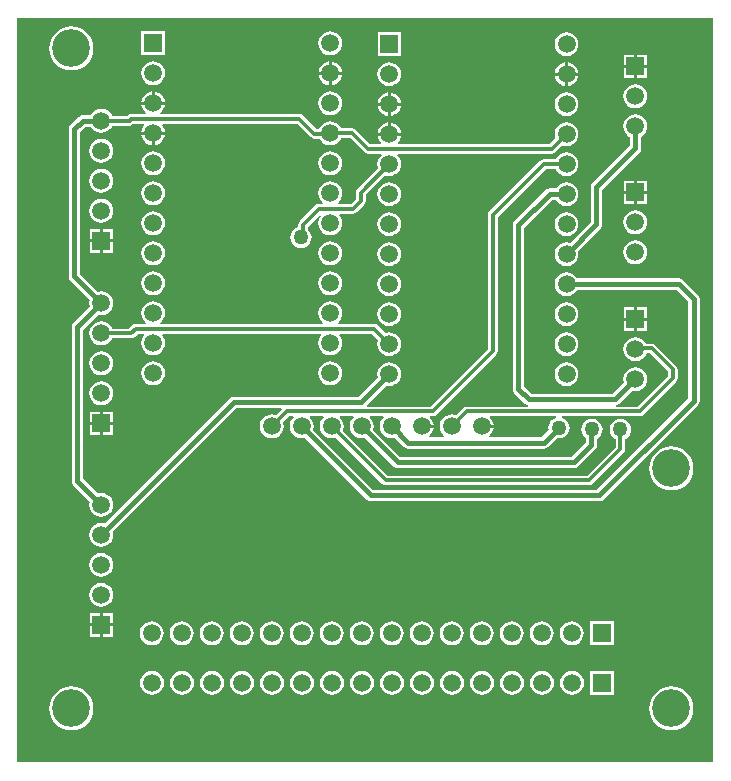
<source format=gbr>
%TF.GenerationSoftware,Altium Limited,Altium Designer,20.1.8 (145)*%
G04 Layer_Physical_Order=2*
G04 Layer_Color=16711680*
%FSLAX43Y43*%
%MOMM*%
%TF.SameCoordinates,73C82DD5-E753-4C0D-BC74-0A693CAB8B4A*%
%TF.FilePolarity,Positive*%
%TF.FileFunction,Copper,L2,Bot,Signal*%
%TF.Part,Single*%
G01*
G75*
%TA.AperFunction,Conductor*%
%ADD10C,0.457*%
%ADD11C,0.305*%
%TA.AperFunction,ComponentPad*%
%ADD12C,1.500*%
%ADD13R,1.500X1.500*%
%ADD14R,1.500X1.500*%
%ADD15C,3.200*%
%TA.AperFunction,ViaPad*%
%ADD16C,1.270*%
%TA.AperFunction,Conductor*%
%ADD17C,0.254*%
G36*
X59436Y508D02*
X508D01*
Y63500D01*
X59436D01*
Y508D01*
D02*
G37*
%LPC*%
G36*
X13004Y62404D02*
X10996D01*
Y60396D01*
X13004D01*
Y62404D01*
D02*
G37*
G36*
X27000Y62413D02*
X26738Y62378D01*
X26494Y62277D01*
X26284Y62116D01*
X26123Y61906D01*
X26022Y61662D01*
X25987Y61400D01*
X26022Y61138D01*
X26123Y60894D01*
X26284Y60684D01*
X26494Y60523D01*
X26738Y60422D01*
X27000Y60387D01*
X27262Y60422D01*
X27506Y60523D01*
X27716Y60684D01*
X27877Y60894D01*
X27978Y61138D01*
X28013Y61400D01*
X27978Y61662D01*
X27877Y61906D01*
X27716Y62116D01*
X27506Y62277D01*
X27262Y62378D01*
X27000Y62413D01*
D02*
G37*
G36*
X33004Y62324D02*
X30996D01*
Y60316D01*
X33004D01*
Y62324D01*
D02*
G37*
G36*
X47000Y62333D02*
X46738Y62298D01*
X46494Y62197D01*
X46284Y62036D01*
X46123Y61826D01*
X46022Y61582D01*
X45987Y61320D01*
X46022Y61058D01*
X46123Y60814D01*
X46284Y60604D01*
X46494Y60443D01*
X46738Y60342D01*
X47000Y60307D01*
X47262Y60342D01*
X47506Y60443D01*
X47716Y60604D01*
X47877Y60814D01*
X47978Y61058D01*
X48013Y61320D01*
X47978Y61582D01*
X47877Y61826D01*
X47716Y62036D01*
X47506Y62197D01*
X47262Y62298D01*
X47000Y62333D01*
D02*
G37*
G36*
X53836Y60440D02*
X52959D01*
Y59563D01*
X53836D01*
Y60440D01*
D02*
G37*
G36*
X52705D02*
X51828D01*
Y59563D01*
X52705D01*
Y60440D01*
D02*
G37*
G36*
X5080Y62823D02*
X4717Y62787D01*
X4367Y62681D01*
X4045Y62509D01*
X3763Y62277D01*
X3531Y61995D01*
X3359Y61673D01*
X3253Y61323D01*
X3217Y60960D01*
X3253Y60597D01*
X3359Y60247D01*
X3531Y59925D01*
X3763Y59643D01*
X4045Y59411D01*
X4367Y59239D01*
X4717Y59133D01*
X5080Y59097D01*
X5443Y59133D01*
X5793Y59239D01*
X6115Y59411D01*
X6397Y59643D01*
X6629Y59925D01*
X6801Y60247D01*
X6907Y60597D01*
X6943Y60960D01*
X6907Y61323D01*
X6801Y61673D01*
X6629Y61995D01*
X6397Y62277D01*
X6115Y62509D01*
X5793Y62681D01*
X5443Y62787D01*
X5080Y62823D01*
D02*
G37*
G36*
X27127Y59856D02*
Y58987D01*
X27996D01*
X27978Y59122D01*
X27877Y59366D01*
X27716Y59576D01*
X27506Y59737D01*
X27262Y59838D01*
X27127Y59856D01*
D02*
G37*
G36*
X26873D02*
X26738Y59838D01*
X26494Y59737D01*
X26284Y59576D01*
X26123Y59366D01*
X26022Y59122D01*
X26004Y58987D01*
X26873D01*
Y59856D01*
D02*
G37*
G36*
X47127Y59776D02*
Y58907D01*
X47996D01*
X47978Y59042D01*
X47877Y59286D01*
X47716Y59496D01*
X47506Y59657D01*
X47262Y59758D01*
X47127Y59776D01*
D02*
G37*
G36*
X46873D02*
X46738Y59758D01*
X46494Y59657D01*
X46284Y59496D01*
X46123Y59286D01*
X46022Y59042D01*
X46004Y58907D01*
X46873D01*
Y59776D01*
D02*
G37*
G36*
X53836Y59309D02*
X52959D01*
Y58432D01*
X53836D01*
Y59309D01*
D02*
G37*
G36*
X52705D02*
X51828D01*
Y58432D01*
X52705D01*
Y59309D01*
D02*
G37*
G36*
X27996Y58733D02*
X27127D01*
Y57864D01*
X27262Y57882D01*
X27506Y57983D01*
X27716Y58144D01*
X27877Y58354D01*
X27978Y58598D01*
X27996Y58733D01*
D02*
G37*
G36*
X26873D02*
X26004D01*
X26022Y58598D01*
X26123Y58354D01*
X26284Y58144D01*
X26494Y57983D01*
X26738Y57882D01*
X26873Y57864D01*
Y58733D01*
D02*
G37*
G36*
X12000Y59873D02*
X11738Y59838D01*
X11494Y59737D01*
X11284Y59576D01*
X11123Y59366D01*
X11022Y59122D01*
X10987Y58860D01*
X11022Y58598D01*
X11123Y58354D01*
X11284Y58144D01*
X11494Y57983D01*
X11738Y57882D01*
X12000Y57847D01*
X12262Y57882D01*
X12506Y57983D01*
X12716Y58144D01*
X12877Y58354D01*
X12978Y58598D01*
X13013Y58860D01*
X12978Y59122D01*
X12877Y59366D01*
X12716Y59576D01*
X12506Y59737D01*
X12262Y59838D01*
X12000Y59873D01*
D02*
G37*
G36*
X46873Y58653D02*
X46004D01*
X46022Y58518D01*
X46123Y58274D01*
X46284Y58064D01*
X46494Y57903D01*
X46738Y57802D01*
X46873Y57784D01*
Y58653D01*
D02*
G37*
G36*
X47996D02*
X47127D01*
Y57784D01*
X47262Y57802D01*
X47506Y57903D01*
X47716Y58064D01*
X47877Y58274D01*
X47978Y58518D01*
X47996Y58653D01*
D02*
G37*
G36*
X32000Y59793D02*
X31738Y59758D01*
X31494Y59657D01*
X31284Y59496D01*
X31123Y59286D01*
X31022Y59042D01*
X30987Y58780D01*
X31022Y58518D01*
X31123Y58274D01*
X31284Y58064D01*
X31494Y57903D01*
X31738Y57802D01*
X32000Y57767D01*
X32262Y57802D01*
X32506Y57903D01*
X32716Y58064D01*
X32877Y58274D01*
X32978Y58518D01*
X33013Y58780D01*
X32978Y59042D01*
X32877Y59286D01*
X32716Y59496D01*
X32506Y59657D01*
X32262Y59758D01*
X32000Y59793D01*
D02*
G37*
G36*
X12127Y57316D02*
Y56447D01*
X12996D01*
X12978Y56582D01*
X12877Y56826D01*
X12716Y57036D01*
X12506Y57197D01*
X12262Y57298D01*
X12127Y57316D01*
D02*
G37*
G36*
X11873D02*
X11738Y57298D01*
X11494Y57197D01*
X11284Y57036D01*
X11123Y56826D01*
X11022Y56582D01*
X11004Y56447D01*
X11873D01*
Y57316D01*
D02*
G37*
G36*
X32127Y57236D02*
Y56367D01*
X32996D01*
X32978Y56502D01*
X32877Y56746D01*
X32716Y56956D01*
X32506Y57117D01*
X32262Y57218D01*
X32127Y57236D01*
D02*
G37*
G36*
X31873D02*
X31738Y57218D01*
X31494Y57117D01*
X31284Y56956D01*
X31123Y56746D01*
X31022Y56502D01*
X31004Y56367D01*
X31873D01*
Y57236D01*
D02*
G37*
G36*
X52832Y57909D02*
X52570Y57874D01*
X52326Y57773D01*
X52116Y57612D01*
X51955Y57402D01*
X51854Y57158D01*
X51819Y56896D01*
X51854Y56634D01*
X51955Y56390D01*
X52116Y56180D01*
X52326Y56019D01*
X52570Y55918D01*
X52832Y55883D01*
X53094Y55918D01*
X53338Y56019D01*
X53548Y56180D01*
X53709Y56390D01*
X53810Y56634D01*
X53845Y56896D01*
X53810Y57158D01*
X53709Y57402D01*
X53548Y57612D01*
X53338Y57773D01*
X53094Y57874D01*
X52832Y57909D01*
D02*
G37*
G36*
X27000Y57333D02*
X26738Y57298D01*
X26494Y57197D01*
X26284Y57036D01*
X26123Y56826D01*
X26022Y56582D01*
X25987Y56320D01*
X26022Y56058D01*
X26123Y55814D01*
X26284Y55604D01*
X26494Y55443D01*
X26738Y55342D01*
X27000Y55307D01*
X27262Y55342D01*
X27506Y55443D01*
X27716Y55604D01*
X27877Y55814D01*
X27978Y56058D01*
X28013Y56320D01*
X27978Y56582D01*
X27877Y56826D01*
X27716Y57036D01*
X27506Y57197D01*
X27262Y57298D01*
X27000Y57333D01*
D02*
G37*
G36*
X12996Y56193D02*
X12000D01*
X11004D01*
X11022Y56058D01*
X11123Y55814D01*
X11284Y55604D01*
X11377Y55532D01*
X11334Y55405D01*
X10160D01*
X10001Y55374D01*
X9867Y55284D01*
X9827Y55244D01*
X8535D01*
X8497Y55336D01*
X8336Y55546D01*
X8126Y55707D01*
X7882Y55808D01*
X7620Y55843D01*
X7358Y55808D01*
X7114Y55707D01*
X6904Y55546D01*
X6743Y55336D01*
X6737Y55322D01*
X6062D01*
X5874Y55285D01*
X5714Y55178D01*
X4986Y54450D01*
X4879Y54290D01*
X4842Y54102D01*
Y41656D01*
X4879Y41468D01*
X4986Y41308D01*
X6648Y39646D01*
X6642Y39632D01*
X6607Y39370D01*
X6642Y39108D01*
X6648Y39094D01*
X5240Y37686D01*
X5133Y37526D01*
X5096Y37338D01*
Y24342D01*
X5133Y24154D01*
X5240Y23994D01*
X6648Y22586D01*
X6642Y22572D01*
X6607Y22310D01*
X6642Y22048D01*
X6743Y21804D01*
X6904Y21594D01*
X7114Y21433D01*
X7358Y21332D01*
X7620Y21297D01*
X7882Y21332D01*
X8126Y21433D01*
X8336Y21594D01*
X8497Y21804D01*
X8598Y22048D01*
X8633Y22310D01*
X8598Y22572D01*
X8497Y22816D01*
X8336Y23026D01*
X8126Y23187D01*
X7882Y23288D01*
X7620Y23323D01*
X7358Y23288D01*
X7344Y23282D01*
X6080Y24546D01*
Y37134D01*
X7344Y38398D01*
X7358Y38392D01*
X7620Y38357D01*
X7882Y38392D01*
X8126Y38493D01*
X8336Y38654D01*
X8497Y38864D01*
X8598Y39108D01*
X8633Y39370D01*
X8598Y39632D01*
X8497Y39876D01*
X8336Y40086D01*
X8126Y40247D01*
X7882Y40348D01*
X7620Y40383D01*
X7358Y40348D01*
X7344Y40342D01*
X5826Y41860D01*
Y53898D01*
X6266Y54338D01*
X6737D01*
X6743Y54324D01*
X6904Y54114D01*
X7114Y53953D01*
X7358Y53852D01*
X7620Y53817D01*
X7882Y53852D01*
X8126Y53953D01*
X8336Y54114D01*
X8497Y54324D01*
X8535Y54416D01*
X9999D01*
X10158Y54447D01*
X10292Y54537D01*
X10332Y54577D01*
X11189D01*
X11248Y54450D01*
X11123Y54286D01*
X11022Y54042D01*
X11004Y53907D01*
X12000D01*
X12996D01*
X12978Y54042D01*
X12877Y54286D01*
X12752Y54450D01*
X12811Y54577D01*
X24212D01*
X25361Y53428D01*
X25495Y53338D01*
X25654Y53307D01*
X26109D01*
X26123Y53274D01*
X26284Y53064D01*
X26494Y52903D01*
X26738Y52802D01*
X27000Y52767D01*
X27262Y52802D01*
X27506Y52903D01*
X27716Y53064D01*
X27877Y53274D01*
X27915Y53366D01*
X28701D01*
X29908Y52158D01*
X30043Y52068D01*
X30201Y52037D01*
X31296D01*
X31336Y51916D01*
X31284Y51876D01*
X31123Y51666D01*
X31022Y51422D01*
X30987Y51160D01*
X31022Y50898D01*
X31060Y50806D01*
X29298Y49044D01*
X29208Y48910D01*
X29177Y48751D01*
Y48178D01*
X28784Y47785D01*
X27666D01*
X27623Y47912D01*
X27716Y47984D01*
X27877Y48194D01*
X27978Y48438D01*
X28013Y48700D01*
X27978Y48962D01*
X27877Y49206D01*
X27716Y49416D01*
X27506Y49577D01*
X27262Y49678D01*
X27000Y49713D01*
X26738Y49678D01*
X26494Y49577D01*
X26284Y49416D01*
X26123Y49206D01*
X26022Y48962D01*
X25987Y48700D01*
X26022Y48438D01*
X26123Y48194D01*
X26284Y47984D01*
X26377Y47912D01*
X26334Y47785D01*
X26035D01*
X25876Y47754D01*
X25742Y47664D01*
X24403Y46325D01*
X24313Y46190D01*
X24281Y46032D01*
Y45824D01*
X24279Y45824D01*
X24063Y45735D01*
X23877Y45592D01*
X23734Y45406D01*
X23645Y45190D01*
X23614Y44958D01*
X23645Y44726D01*
X23734Y44510D01*
X23877Y44324D01*
X24063Y44181D01*
X24279Y44092D01*
X24511Y44061D01*
X24743Y44092D01*
X24959Y44181D01*
X25145Y44324D01*
X25288Y44510D01*
X25377Y44726D01*
X25408Y44958D01*
X25377Y45190D01*
X25288Y45406D01*
X25145Y45592D01*
X25110Y45619D01*
Y45860D01*
X26116Y46866D01*
X26212Y46782D01*
X26123Y46666D01*
X26022Y46422D01*
X25987Y46160D01*
X26022Y45898D01*
X26123Y45654D01*
X26284Y45444D01*
X26494Y45283D01*
X26738Y45182D01*
X27000Y45147D01*
X27262Y45182D01*
X27506Y45283D01*
X27716Y45444D01*
X27877Y45654D01*
X27978Y45898D01*
X28013Y46160D01*
X27978Y46422D01*
X27877Y46666D01*
X27752Y46830D01*
X27811Y46957D01*
X28956D01*
X29115Y46988D01*
X29249Y47078D01*
X29884Y47713D01*
X29974Y47847D01*
X30005Y48006D01*
Y48579D01*
X31646Y50220D01*
X31738Y50182D01*
X32000Y50147D01*
X32262Y50182D01*
X32506Y50283D01*
X32716Y50444D01*
X32877Y50654D01*
X32978Y50898D01*
X33013Y51160D01*
X32978Y51422D01*
X32877Y51666D01*
X32716Y51876D01*
X32664Y51916D01*
X32704Y52037D01*
X45751D01*
X45910Y52068D01*
X46044Y52158D01*
X46646Y52760D01*
X46738Y52722D01*
X47000Y52687D01*
X47262Y52722D01*
X47506Y52823D01*
X47716Y52984D01*
X47877Y53194D01*
X47978Y53438D01*
X48013Y53700D01*
X47978Y53962D01*
X47877Y54206D01*
X47716Y54416D01*
X47506Y54577D01*
X47262Y54678D01*
X47000Y54713D01*
X46738Y54678D01*
X46494Y54577D01*
X46284Y54416D01*
X46123Y54206D01*
X46022Y53962D01*
X45987Y53700D01*
X46022Y53438D01*
X46060Y53346D01*
X45579Y52865D01*
X32756D01*
X32733Y52933D01*
X32723Y52992D01*
X32877Y53194D01*
X32978Y53438D01*
X32996Y53573D01*
X32000D01*
X31004D01*
X31022Y53438D01*
X31123Y53194D01*
X31277Y52992D01*
X31267Y52933D01*
X31244Y52865D01*
X30373D01*
X29165Y54073D01*
X29031Y54163D01*
X28872Y54194D01*
X27915D01*
X27877Y54286D01*
X27716Y54496D01*
X27506Y54657D01*
X27262Y54758D01*
X27000Y54793D01*
X26738Y54758D01*
X26494Y54657D01*
X26284Y54496D01*
X26123Y54286D01*
X26061Y54135D01*
X25826D01*
X24677Y55284D01*
X24543Y55374D01*
X24384Y55405D01*
X12666D01*
X12623Y55532D01*
X12716Y55604D01*
X12877Y55814D01*
X12978Y56058D01*
X12996Y56193D01*
D02*
G37*
G36*
X32996Y56113D02*
X32127D01*
Y55244D01*
X32262Y55262D01*
X32506Y55363D01*
X32716Y55524D01*
X32877Y55734D01*
X32978Y55978D01*
X32996Y56113D01*
D02*
G37*
G36*
X31873D02*
X31004D01*
X31022Y55978D01*
X31123Y55734D01*
X31284Y55524D01*
X31494Y55363D01*
X31738Y55262D01*
X31873Y55244D01*
Y56113D01*
D02*
G37*
G36*
X47000Y57253D02*
X46738Y57218D01*
X46494Y57117D01*
X46284Y56956D01*
X46123Y56746D01*
X46022Y56502D01*
X45987Y56240D01*
X46022Y55978D01*
X46123Y55734D01*
X46284Y55524D01*
X46494Y55363D01*
X46738Y55262D01*
X47000Y55227D01*
X47262Y55262D01*
X47506Y55363D01*
X47716Y55524D01*
X47877Y55734D01*
X47978Y55978D01*
X48013Y56240D01*
X47978Y56502D01*
X47877Y56746D01*
X47716Y56956D01*
X47506Y57117D01*
X47262Y57218D01*
X47000Y57253D01*
D02*
G37*
G36*
X32127Y54696D02*
Y53827D01*
X32996D01*
X32978Y53962D01*
X32877Y54206D01*
X32716Y54416D01*
X32506Y54577D01*
X32262Y54678D01*
X32127Y54696D01*
D02*
G37*
G36*
X31873D02*
X31738Y54678D01*
X31494Y54577D01*
X31284Y54416D01*
X31123Y54206D01*
X31022Y53962D01*
X31004Y53827D01*
X31873D01*
Y54696D01*
D02*
G37*
G36*
X12996Y53653D02*
X12127D01*
Y52784D01*
X12262Y52802D01*
X12506Y52903D01*
X12716Y53064D01*
X12877Y53274D01*
X12978Y53518D01*
X12996Y53653D01*
D02*
G37*
G36*
X11873D02*
X11004D01*
X11022Y53518D01*
X11123Y53274D01*
X11284Y53064D01*
X11494Y52903D01*
X11738Y52802D01*
X11873Y52784D01*
Y53653D01*
D02*
G37*
G36*
X7620Y53303D02*
X7358Y53268D01*
X7114Y53167D01*
X6904Y53006D01*
X6743Y52796D01*
X6642Y52552D01*
X6607Y52290D01*
X6642Y52028D01*
X6743Y51784D01*
X6904Y51574D01*
X7114Y51413D01*
X7358Y51312D01*
X7620Y51277D01*
X7882Y51312D01*
X8126Y51413D01*
X8336Y51574D01*
X8497Y51784D01*
X8598Y52028D01*
X8633Y52290D01*
X8598Y52552D01*
X8497Y52796D01*
X8336Y53006D01*
X8126Y53167D01*
X7882Y53268D01*
X7620Y53303D01*
D02*
G37*
G36*
X27000Y52253D02*
X26738Y52218D01*
X26494Y52117D01*
X26284Y51956D01*
X26123Y51746D01*
X26022Y51502D01*
X25987Y51240D01*
X26022Y50978D01*
X26123Y50734D01*
X26284Y50524D01*
X26494Y50363D01*
X26738Y50262D01*
X27000Y50227D01*
X27262Y50262D01*
X27506Y50363D01*
X27716Y50524D01*
X27877Y50734D01*
X27978Y50978D01*
X28013Y51240D01*
X27978Y51502D01*
X27877Y51746D01*
X27716Y51956D01*
X27506Y52117D01*
X27262Y52218D01*
X27000Y52253D01*
D02*
G37*
G36*
X12000D02*
X11738Y52218D01*
X11494Y52117D01*
X11284Y51956D01*
X11123Y51746D01*
X11022Y51502D01*
X10987Y51240D01*
X11022Y50978D01*
X11123Y50734D01*
X11284Y50524D01*
X11494Y50363D01*
X11738Y50262D01*
X12000Y50227D01*
X12262Y50262D01*
X12506Y50363D01*
X12716Y50524D01*
X12877Y50734D01*
X12978Y50978D01*
X13013Y51240D01*
X12978Y51502D01*
X12877Y51746D01*
X12716Y51956D01*
X12506Y52117D01*
X12262Y52218D01*
X12000Y52253D01*
D02*
G37*
G36*
X47000Y52173D02*
X46738Y52138D01*
X46494Y52037D01*
X46284Y51876D01*
X46123Y51666D01*
X46085Y51574D01*
X45064D01*
X44905Y51543D01*
X44771Y51453D01*
X40474Y47156D01*
X40384Y47022D01*
X40353Y46863D01*
Y35478D01*
X35515Y30640D01*
X30122D01*
X30074Y30758D01*
X31724Y32408D01*
X31738Y32402D01*
X32000Y32367D01*
X32262Y32402D01*
X32506Y32503D01*
X32716Y32664D01*
X32877Y32874D01*
X32978Y33118D01*
X33013Y33380D01*
X32978Y33642D01*
X32877Y33886D01*
X32716Y34096D01*
X32506Y34257D01*
X32262Y34358D01*
X32000Y34393D01*
X31738Y34358D01*
X31494Y34257D01*
X31284Y34096D01*
X31123Y33886D01*
X31022Y33642D01*
X30987Y33380D01*
X31022Y33118D01*
X31028Y33104D01*
X29404Y31480D01*
X18838D01*
X18650Y31443D01*
X18490Y31336D01*
X7896Y20742D01*
X7882Y20748D01*
X7620Y20783D01*
X7358Y20748D01*
X7114Y20647D01*
X6904Y20486D01*
X6743Y20276D01*
X6642Y20032D01*
X6607Y19770D01*
X6642Y19508D01*
X6743Y19264D01*
X6904Y19054D01*
X7114Y18893D01*
X7358Y18792D01*
X7620Y18757D01*
X7882Y18792D01*
X8126Y18893D01*
X8336Y19054D01*
X8497Y19264D01*
X8598Y19508D01*
X8633Y19770D01*
X8598Y20032D01*
X8592Y20046D01*
X19042Y30496D01*
X22844D01*
X22893Y30379D01*
X22404Y29890D01*
X22312Y29928D01*
X22050Y29963D01*
X21788Y29928D01*
X21544Y29827D01*
X21334Y29666D01*
X21173Y29456D01*
X21072Y29212D01*
X21037Y28950D01*
X21072Y28688D01*
X21173Y28444D01*
X21334Y28234D01*
X21544Y28073D01*
X21788Y27972D01*
X22050Y27937D01*
X22312Y27972D01*
X22556Y28073D01*
X22766Y28234D01*
X22927Y28444D01*
X23028Y28688D01*
X23063Y28950D01*
X23028Y29212D01*
X22990Y29304D01*
X23498Y29812D01*
X23866D01*
X23907Y29691D01*
X23874Y29666D01*
X23713Y29456D01*
X23612Y29212D01*
X23577Y28950D01*
X23612Y28688D01*
X23713Y28444D01*
X23874Y28234D01*
X24084Y28073D01*
X24328Y27972D01*
X24590Y27937D01*
X24852Y27972D01*
X24866Y27978D01*
X30078Y22766D01*
X30238Y22659D01*
X30426Y22622D01*
X49784D01*
X49972Y22659D01*
X50132Y22766D01*
X58133Y30767D01*
X58240Y30927D01*
X58277Y31115D01*
Y39751D01*
X58240Y39939D01*
X58133Y40099D01*
X56884Y41348D01*
X56724Y41454D01*
X56536Y41492D01*
X47883D01*
X47877Y41506D01*
X47716Y41716D01*
X47506Y41877D01*
X47262Y41978D01*
X47000Y42013D01*
X46738Y41978D01*
X46494Y41877D01*
X46284Y41716D01*
X46123Y41506D01*
X46022Y41262D01*
X45987Y41000D01*
X46022Y40738D01*
X46123Y40494D01*
X46284Y40284D01*
X46494Y40123D01*
X46738Y40022D01*
X47000Y39987D01*
X47262Y40022D01*
X47506Y40123D01*
X47716Y40284D01*
X47877Y40494D01*
X47883Y40508D01*
X56332D01*
X57293Y39547D01*
Y31319D01*
X49580Y23606D01*
X30630D01*
X25562Y28674D01*
X25568Y28688D01*
X25603Y28950D01*
X25568Y29212D01*
X25467Y29456D01*
X25306Y29666D01*
X25273Y29691D01*
X25314Y29812D01*
X26406D01*
X26447Y29691D01*
X26414Y29666D01*
X26253Y29456D01*
X26152Y29212D01*
X26117Y28950D01*
X26152Y28688D01*
X26253Y28444D01*
X26414Y28234D01*
X26624Y28073D01*
X26868Y27972D01*
X27130Y27937D01*
X27392Y27972D01*
X27484Y28010D01*
X31403Y24091D01*
X31537Y24001D01*
X31696Y23970D01*
X48895D01*
X49054Y24001D01*
X49188Y24091D01*
X51855Y26758D01*
X51945Y26892D01*
X51976Y27051D01*
Y27911D01*
X52010Y27925D01*
X52196Y28068D01*
X52339Y28254D01*
X52428Y28470D01*
X52459Y28702D01*
X52428Y28934D01*
X52339Y29150D01*
X52196Y29336D01*
X52010Y29479D01*
X51794Y29568D01*
X51562Y29599D01*
X51330Y29568D01*
X51114Y29479D01*
X50928Y29336D01*
X50785Y29150D01*
X50696Y28934D01*
X50665Y28702D01*
X50696Y28470D01*
X50785Y28254D01*
X50928Y28068D01*
X51114Y27925D01*
X51148Y27911D01*
Y27223D01*
X48723Y24798D01*
X31868D01*
X28070Y28596D01*
X28108Y28688D01*
X28143Y28950D01*
X28108Y29212D01*
X28007Y29456D01*
X27846Y29666D01*
X27813Y29691D01*
X27854Y29812D01*
X28946D01*
X28987Y29691D01*
X28954Y29666D01*
X28793Y29456D01*
X28692Y29212D01*
X28657Y28950D01*
X28692Y28688D01*
X28793Y28444D01*
X28954Y28234D01*
X29164Y28073D01*
X29408Y27972D01*
X29670Y27937D01*
X29932Y27972D01*
X29946Y27978D01*
X32364Y25560D01*
X32524Y25453D01*
X32712Y25416D01*
X47625D01*
X47813Y25453D01*
X47973Y25560D01*
X49446Y27034D01*
X49553Y27193D01*
X49590Y27382D01*
Y27923D01*
X49597Y27925D01*
X49783Y28068D01*
X49926Y28254D01*
X50015Y28470D01*
X50046Y28702D01*
X50015Y28934D01*
X49926Y29150D01*
X49783Y29336D01*
X49597Y29479D01*
X49381Y29568D01*
X49149Y29599D01*
X48917Y29568D01*
X48701Y29479D01*
X48515Y29336D01*
X48372Y29150D01*
X48283Y28934D01*
X48252Y28702D01*
X48283Y28470D01*
X48372Y28254D01*
X48515Y28068D01*
X48607Y27998D01*
Y27585D01*
X47421Y26400D01*
X32916D01*
X30642Y28674D01*
X30648Y28688D01*
X30683Y28950D01*
X30648Y29212D01*
X30547Y29456D01*
X30386Y29666D01*
X30353Y29691D01*
X30394Y29812D01*
X31486D01*
X31527Y29691D01*
X31494Y29666D01*
X31333Y29456D01*
X31232Y29212D01*
X31197Y28950D01*
X31232Y28688D01*
X31333Y28444D01*
X31494Y28234D01*
X31704Y28073D01*
X31948Y27972D01*
X32210Y27937D01*
X32472Y27972D01*
X32486Y27978D01*
X33253Y27211D01*
X33413Y27104D01*
X33601Y27067D01*
X45085D01*
X45273Y27104D01*
X45433Y27211D01*
X46177Y27956D01*
X46355Y27932D01*
X46587Y27963D01*
X46803Y28052D01*
X46989Y28195D01*
X47132Y28381D01*
X47221Y28597D01*
X47252Y28829D01*
X47221Y29061D01*
X47132Y29277D01*
X46989Y29463D01*
X46803Y29606D01*
X46613Y29685D01*
X46638Y29812D01*
X53213D01*
X53372Y29843D01*
X53506Y29933D01*
X56300Y32727D01*
X56390Y32861D01*
X56421Y33020D01*
Y33782D01*
X56390Y33941D01*
X56300Y34075D01*
X54522Y35853D01*
X54388Y35943D01*
X54229Y35974D01*
X53722D01*
X53709Y36006D01*
X53548Y36216D01*
X53338Y36377D01*
X53094Y36478D01*
X52832Y36513D01*
X52570Y36478D01*
X52326Y36377D01*
X52116Y36216D01*
X51955Y36006D01*
X51854Y35762D01*
X51819Y35500D01*
X51854Y35238D01*
X51955Y34994D01*
X52116Y34784D01*
X52326Y34623D01*
X52570Y34522D01*
X52832Y34487D01*
X53094Y34522D01*
X53338Y34623D01*
X53548Y34784D01*
X53709Y34994D01*
X53772Y35146D01*
X54057D01*
X55593Y33610D01*
Y33192D01*
X53041Y30640D01*
X51214D01*
X51202Y30767D01*
X51302Y30787D01*
X51462Y30894D01*
X52556Y31988D01*
X52570Y31982D01*
X52832Y31947D01*
X53094Y31982D01*
X53338Y32083D01*
X53548Y32244D01*
X53709Y32454D01*
X53810Y32698D01*
X53845Y32960D01*
X53810Y33222D01*
X53709Y33466D01*
X53548Y33676D01*
X53338Y33837D01*
X53094Y33938D01*
X52832Y33973D01*
X52570Y33938D01*
X52326Y33837D01*
X52116Y33676D01*
X51955Y33466D01*
X51854Y33222D01*
X51819Y32960D01*
X51854Y32698D01*
X51860Y32684D01*
X50910Y31734D01*
X44019D01*
X43418Y32335D01*
Y45770D01*
X45768Y48121D01*
X46120D01*
X46123Y48114D01*
X46284Y47904D01*
X46494Y47743D01*
X46738Y47642D01*
X47000Y47607D01*
X47262Y47642D01*
X47506Y47743D01*
X47716Y47904D01*
X47877Y48114D01*
X47978Y48358D01*
X48013Y48620D01*
X47978Y48882D01*
X47877Y49126D01*
X47716Y49336D01*
X47506Y49497D01*
X47262Y49598D01*
X47000Y49633D01*
X46738Y49598D01*
X46494Y49497D01*
X46284Y49336D01*
X46123Y49126D01*
X46114Y49104D01*
X45564D01*
X45376Y49067D01*
X45217Y48960D01*
X42578Y46322D01*
X42471Y46162D01*
X42434Y45974D01*
Y32131D01*
X42471Y31943D01*
X42578Y31783D01*
X43467Y30894D01*
X43627Y30787D01*
X43727Y30767D01*
X43715Y30640D01*
X38566D01*
X38407Y30609D01*
X38273Y30519D01*
X37644Y29890D01*
X37552Y29928D01*
X37290Y29963D01*
X37028Y29928D01*
X36784Y29827D01*
X36574Y29666D01*
X36413Y29456D01*
X36312Y29212D01*
X36277Y28950D01*
X36312Y28688D01*
X36413Y28444D01*
X36574Y28234D01*
X36647Y28178D01*
X36604Y28051D01*
X35436D01*
X35393Y28178D01*
X35466Y28234D01*
X35627Y28444D01*
X35728Y28688D01*
X35746Y28823D01*
X34750D01*
Y29077D01*
X35746D01*
X35728Y29212D01*
X35627Y29456D01*
X35466Y29666D01*
X35433Y29691D01*
X35474Y29812D01*
X35687D01*
X35846Y29843D01*
X35980Y29933D01*
X41060Y35013D01*
X41150Y35147D01*
X41181Y35306D01*
Y46691D01*
X45236Y50746D01*
X46085D01*
X46123Y50654D01*
X46284Y50444D01*
X46494Y50283D01*
X46738Y50182D01*
X47000Y50147D01*
X47262Y50182D01*
X47506Y50283D01*
X47716Y50444D01*
X47877Y50654D01*
X47978Y50898D01*
X48013Y51160D01*
X47978Y51422D01*
X47877Y51666D01*
X47716Y51876D01*
X47506Y52037D01*
X47262Y52138D01*
X47000Y52173D01*
D02*
G37*
G36*
X53836Y49772D02*
X52959D01*
Y48895D01*
X53836D01*
Y49772D01*
D02*
G37*
G36*
X52705D02*
X51828D01*
Y48895D01*
X52705D01*
Y49772D01*
D02*
G37*
G36*
X7620Y50763D02*
X7358Y50728D01*
X7114Y50627D01*
X6904Y50466D01*
X6743Y50256D01*
X6642Y50012D01*
X6607Y49750D01*
X6642Y49488D01*
X6743Y49244D01*
X6904Y49034D01*
X7114Y48873D01*
X7358Y48772D01*
X7620Y48737D01*
X7882Y48772D01*
X8126Y48873D01*
X8336Y49034D01*
X8497Y49244D01*
X8598Y49488D01*
X8633Y49750D01*
X8598Y50012D01*
X8497Y50256D01*
X8336Y50466D01*
X8126Y50627D01*
X7882Y50728D01*
X7620Y50763D01*
D02*
G37*
G36*
X53836Y48641D02*
X52959D01*
Y47764D01*
X53836D01*
Y48641D01*
D02*
G37*
G36*
X52705D02*
X51828D01*
Y47764D01*
X52705D01*
Y48641D01*
D02*
G37*
G36*
X12000Y49713D02*
X11738Y49678D01*
X11494Y49577D01*
X11284Y49416D01*
X11123Y49206D01*
X11022Y48962D01*
X10987Y48700D01*
X11022Y48438D01*
X11123Y48194D01*
X11284Y47984D01*
X11494Y47823D01*
X11738Y47722D01*
X12000Y47687D01*
X12262Y47722D01*
X12506Y47823D01*
X12716Y47984D01*
X12877Y48194D01*
X12978Y48438D01*
X13013Y48700D01*
X12978Y48962D01*
X12877Y49206D01*
X12716Y49416D01*
X12506Y49577D01*
X12262Y49678D01*
X12000Y49713D01*
D02*
G37*
G36*
X32000Y49633D02*
X31738Y49598D01*
X31494Y49497D01*
X31284Y49336D01*
X31123Y49126D01*
X31022Y48882D01*
X30987Y48620D01*
X31022Y48358D01*
X31123Y48114D01*
X31284Y47904D01*
X31494Y47743D01*
X31738Y47642D01*
X32000Y47607D01*
X32262Y47642D01*
X32506Y47743D01*
X32716Y47904D01*
X32877Y48114D01*
X32978Y48358D01*
X33013Y48620D01*
X32978Y48882D01*
X32877Y49126D01*
X32716Y49336D01*
X32506Y49497D01*
X32262Y49598D01*
X32000Y49633D01*
D02*
G37*
G36*
X7620Y48223D02*
X7358Y48188D01*
X7114Y48087D01*
X6904Y47926D01*
X6743Y47716D01*
X6642Y47472D01*
X6607Y47210D01*
X6642Y46948D01*
X6743Y46704D01*
X6904Y46494D01*
X7114Y46333D01*
X7358Y46232D01*
X7620Y46197D01*
X7882Y46232D01*
X8126Y46333D01*
X8336Y46494D01*
X8497Y46704D01*
X8598Y46948D01*
X8633Y47210D01*
X8598Y47472D01*
X8497Y47716D01*
X8336Y47926D01*
X8126Y48087D01*
X7882Y48188D01*
X7620Y48223D01*
D02*
G37*
G36*
X52832Y47241D02*
X52570Y47206D01*
X52326Y47105D01*
X52116Y46944D01*
X51955Y46734D01*
X51854Y46490D01*
X51819Y46228D01*
X51854Y45966D01*
X51955Y45722D01*
X52116Y45512D01*
X52326Y45351D01*
X52570Y45250D01*
X52832Y45215D01*
X53094Y45250D01*
X53338Y45351D01*
X53548Y45512D01*
X53709Y45722D01*
X53810Y45966D01*
X53845Y46228D01*
X53810Y46490D01*
X53709Y46734D01*
X53548Y46944D01*
X53338Y47105D01*
X53094Y47206D01*
X52832Y47241D01*
D02*
G37*
G36*
X12000Y47173D02*
X11738Y47138D01*
X11494Y47037D01*
X11284Y46876D01*
X11123Y46666D01*
X11022Y46422D01*
X10987Y46160D01*
X11022Y45898D01*
X11123Y45654D01*
X11284Y45444D01*
X11494Y45283D01*
X11738Y45182D01*
X12000Y45147D01*
X12262Y45182D01*
X12506Y45283D01*
X12716Y45444D01*
X12877Y45654D01*
X12978Y45898D01*
X13013Y46160D01*
X12978Y46422D01*
X12877Y46666D01*
X12716Y46876D01*
X12506Y47037D01*
X12262Y47138D01*
X12000Y47173D01*
D02*
G37*
G36*
X47000Y47093D02*
X46738Y47058D01*
X46494Y46957D01*
X46284Y46796D01*
X46123Y46586D01*
X46022Y46342D01*
X45987Y46080D01*
X46022Y45818D01*
X46123Y45574D01*
X46284Y45364D01*
X46494Y45203D01*
X46738Y45102D01*
X47000Y45067D01*
X47262Y45102D01*
X47506Y45203D01*
X47716Y45364D01*
X47877Y45574D01*
X47978Y45818D01*
X48013Y46080D01*
X47978Y46342D01*
X47877Y46586D01*
X47716Y46796D01*
X47506Y46957D01*
X47262Y47058D01*
X47000Y47093D01*
D02*
G37*
G36*
X32000D02*
X31738Y47058D01*
X31494Y46957D01*
X31284Y46796D01*
X31123Y46586D01*
X31022Y46342D01*
X30987Y46080D01*
X31022Y45818D01*
X31123Y45574D01*
X31284Y45364D01*
X31494Y45203D01*
X31738Y45102D01*
X32000Y45067D01*
X32262Y45102D01*
X32506Y45203D01*
X32716Y45364D01*
X32877Y45574D01*
X32978Y45818D01*
X33013Y46080D01*
X32978Y46342D01*
X32877Y46586D01*
X32716Y46796D01*
X32506Y46957D01*
X32262Y47058D01*
X32000Y47093D01*
D02*
G37*
G36*
X8624Y45674D02*
X7747D01*
Y44797D01*
X8624D01*
Y45674D01*
D02*
G37*
G36*
X7493D02*
X6616D01*
Y44797D01*
X7493D01*
Y45674D01*
D02*
G37*
G36*
X52832Y55369D02*
X52570Y55334D01*
X52326Y55233D01*
X52116Y55072D01*
X51955Y54862D01*
X51854Y54618D01*
X51819Y54356D01*
X51854Y54094D01*
X51955Y53850D01*
X52116Y53640D01*
X52326Y53479D01*
X52340Y53473D01*
Y52704D01*
X49182Y49546D01*
X49075Y49387D01*
X49038Y49198D01*
Y46274D01*
X47276Y44512D01*
X47262Y44518D01*
X47000Y44553D01*
X46738Y44518D01*
X46494Y44417D01*
X46284Y44256D01*
X46123Y44046D01*
X46022Y43802D01*
X45987Y43540D01*
X46022Y43278D01*
X46123Y43034D01*
X46284Y42824D01*
X46494Y42663D01*
X46738Y42562D01*
X47000Y42527D01*
X47262Y42562D01*
X47506Y42663D01*
X47716Y42824D01*
X47877Y43034D01*
X47978Y43278D01*
X48013Y43540D01*
X47978Y43802D01*
X47972Y43816D01*
X49878Y45722D01*
X49985Y45882D01*
X50022Y46070D01*
Y48995D01*
X53180Y52153D01*
X53287Y52312D01*
X53324Y52500D01*
Y53473D01*
X53338Y53479D01*
X53548Y53640D01*
X53709Y53850D01*
X53810Y54094D01*
X53845Y54356D01*
X53810Y54618D01*
X53709Y54862D01*
X53548Y55072D01*
X53338Y55233D01*
X53094Y55334D01*
X52832Y55369D01*
D02*
G37*
G36*
X8624Y44543D02*
X7747D01*
Y43666D01*
X8624D01*
Y44543D01*
D02*
G37*
G36*
X7493D02*
X6616D01*
Y43666D01*
X7493D01*
Y44543D01*
D02*
G37*
G36*
X52832Y44701D02*
X52570Y44666D01*
X52326Y44565D01*
X52116Y44404D01*
X51955Y44194D01*
X51854Y43950D01*
X51819Y43688D01*
X51854Y43426D01*
X51955Y43182D01*
X52116Y42972D01*
X52326Y42811D01*
X52570Y42710D01*
X52832Y42675D01*
X53094Y42710D01*
X53338Y42811D01*
X53548Y42972D01*
X53709Y43182D01*
X53810Y43426D01*
X53845Y43688D01*
X53810Y43950D01*
X53709Y44194D01*
X53548Y44404D01*
X53338Y44565D01*
X53094Y44666D01*
X52832Y44701D01*
D02*
G37*
G36*
X27000Y44633D02*
X26738Y44598D01*
X26494Y44497D01*
X26284Y44336D01*
X26123Y44126D01*
X26022Y43882D01*
X25987Y43620D01*
X26022Y43358D01*
X26123Y43114D01*
X26284Y42904D01*
X26494Y42743D01*
X26738Y42642D01*
X27000Y42607D01*
X27262Y42642D01*
X27506Y42743D01*
X27716Y42904D01*
X27877Y43114D01*
X27978Y43358D01*
X28013Y43620D01*
X27978Y43882D01*
X27877Y44126D01*
X27716Y44336D01*
X27506Y44497D01*
X27262Y44598D01*
X27000Y44633D01*
D02*
G37*
G36*
X12000D02*
X11738Y44598D01*
X11494Y44497D01*
X11284Y44336D01*
X11123Y44126D01*
X11022Y43882D01*
X10987Y43620D01*
X11022Y43358D01*
X11123Y43114D01*
X11284Y42904D01*
X11494Y42743D01*
X11738Y42642D01*
X12000Y42607D01*
X12262Y42642D01*
X12506Y42743D01*
X12716Y42904D01*
X12877Y43114D01*
X12978Y43358D01*
X13013Y43620D01*
X12978Y43882D01*
X12877Y44126D01*
X12716Y44336D01*
X12506Y44497D01*
X12262Y44598D01*
X12000Y44633D01*
D02*
G37*
G36*
X32000Y44553D02*
X31738Y44518D01*
X31494Y44417D01*
X31284Y44256D01*
X31123Y44046D01*
X31022Y43802D01*
X30987Y43540D01*
X31022Y43278D01*
X31123Y43034D01*
X31284Y42824D01*
X31494Y42663D01*
X31738Y42562D01*
X32000Y42527D01*
X32262Y42562D01*
X32506Y42663D01*
X32716Y42824D01*
X32877Y43034D01*
X32978Y43278D01*
X33013Y43540D01*
X32978Y43802D01*
X32877Y44046D01*
X32716Y44256D01*
X32506Y44417D01*
X32262Y44518D01*
X32000Y44553D01*
D02*
G37*
G36*
X27000Y42093D02*
X26738Y42058D01*
X26494Y41957D01*
X26284Y41796D01*
X26123Y41586D01*
X26022Y41342D01*
X25987Y41080D01*
X26022Y40818D01*
X26123Y40574D01*
X26284Y40364D01*
X26494Y40203D01*
X26738Y40102D01*
X27000Y40067D01*
X27262Y40102D01*
X27506Y40203D01*
X27716Y40364D01*
X27877Y40574D01*
X27978Y40818D01*
X28013Y41080D01*
X27978Y41342D01*
X27877Y41586D01*
X27716Y41796D01*
X27506Y41957D01*
X27262Y42058D01*
X27000Y42093D01*
D02*
G37*
G36*
X12000D02*
X11738Y42058D01*
X11494Y41957D01*
X11284Y41796D01*
X11123Y41586D01*
X11022Y41342D01*
X10987Y41080D01*
X11022Y40818D01*
X11123Y40574D01*
X11284Y40364D01*
X11494Y40203D01*
X11738Y40102D01*
X12000Y40067D01*
X12262Y40102D01*
X12506Y40203D01*
X12716Y40364D01*
X12877Y40574D01*
X12978Y40818D01*
X13013Y41080D01*
X12978Y41342D01*
X12877Y41586D01*
X12716Y41796D01*
X12506Y41957D01*
X12262Y42058D01*
X12000Y42093D01*
D02*
G37*
G36*
X32000Y42013D02*
X31738Y41978D01*
X31494Y41877D01*
X31284Y41716D01*
X31123Y41506D01*
X31022Y41262D01*
X30987Y41000D01*
X31022Y40738D01*
X31123Y40494D01*
X31284Y40284D01*
X31494Y40123D01*
X31738Y40022D01*
X32000Y39987D01*
X32262Y40022D01*
X32506Y40123D01*
X32716Y40284D01*
X32877Y40494D01*
X32978Y40738D01*
X33013Y41000D01*
X32978Y41262D01*
X32877Y41506D01*
X32716Y41716D01*
X32506Y41877D01*
X32262Y41978D01*
X32000Y42013D01*
D02*
G37*
G36*
X53836Y39044D02*
X52959D01*
Y38167D01*
X53836D01*
Y39044D01*
D02*
G37*
G36*
X52705D02*
X51828D01*
Y38167D01*
X52705D01*
Y39044D01*
D02*
G37*
G36*
X27000Y39553D02*
X26738Y39518D01*
X26494Y39417D01*
X26284Y39256D01*
X26123Y39046D01*
X26022Y38802D01*
X25987Y38540D01*
X26022Y38278D01*
X26123Y38034D01*
X26284Y37824D01*
X26377Y37752D01*
X26334Y37625D01*
X12666D01*
X12623Y37752D01*
X12716Y37824D01*
X12877Y38034D01*
X12978Y38278D01*
X13013Y38540D01*
X12978Y38802D01*
X12877Y39046D01*
X12716Y39256D01*
X12506Y39417D01*
X12262Y39518D01*
X12000Y39553D01*
X11738Y39518D01*
X11494Y39417D01*
X11284Y39256D01*
X11123Y39046D01*
X11022Y38802D01*
X10987Y38540D01*
X11022Y38278D01*
X11123Y38034D01*
X11284Y37824D01*
X11377Y37752D01*
X11334Y37625D01*
X10541D01*
X10382Y37594D01*
X10248Y37504D01*
X9988Y37244D01*
X8535D01*
X8497Y37336D01*
X8336Y37546D01*
X8126Y37707D01*
X7882Y37808D01*
X7620Y37843D01*
X7358Y37808D01*
X7114Y37707D01*
X6904Y37546D01*
X6743Y37336D01*
X6642Y37092D01*
X6607Y36830D01*
X6642Y36568D01*
X6743Y36324D01*
X6904Y36114D01*
X7114Y35953D01*
X7358Y35852D01*
X7620Y35817D01*
X7882Y35852D01*
X8126Y35953D01*
X8336Y36114D01*
X8497Y36324D01*
X8535Y36416D01*
X10160D01*
X10319Y36447D01*
X10453Y36537D01*
X10713Y36797D01*
X11189D01*
X11248Y36670D01*
X11123Y36506D01*
X11022Y36262D01*
X10987Y36000D01*
X11022Y35738D01*
X11123Y35494D01*
X11284Y35284D01*
X11494Y35123D01*
X11738Y35022D01*
X12000Y34987D01*
X12262Y35022D01*
X12506Y35123D01*
X12716Y35284D01*
X12877Y35494D01*
X12978Y35738D01*
X13013Y36000D01*
X12978Y36262D01*
X12877Y36506D01*
X12752Y36670D01*
X12811Y36797D01*
X26189D01*
X26248Y36670D01*
X26123Y36506D01*
X26022Y36262D01*
X25987Y36000D01*
X26022Y35738D01*
X26123Y35494D01*
X26284Y35284D01*
X26494Y35123D01*
X26738Y35022D01*
X27000Y34987D01*
X27262Y35022D01*
X27506Y35123D01*
X27716Y35284D01*
X27877Y35494D01*
X27978Y35738D01*
X28013Y36000D01*
X27978Y36262D01*
X27877Y36506D01*
X27752Y36670D01*
X27811Y36797D01*
X30537D01*
X31060Y36274D01*
X31022Y36182D01*
X30987Y35920D01*
X31022Y35658D01*
X31123Y35414D01*
X31284Y35204D01*
X31494Y35043D01*
X31738Y34942D01*
X32000Y34907D01*
X32262Y34942D01*
X32506Y35043D01*
X32716Y35204D01*
X32877Y35414D01*
X32978Y35658D01*
X33013Y35920D01*
X32978Y36182D01*
X32877Y36426D01*
X32716Y36636D01*
X32506Y36797D01*
X32262Y36898D01*
X32000Y36933D01*
X31738Y36898D01*
X31646Y36860D01*
X31002Y37504D01*
X30868Y37594D01*
X30709Y37625D01*
X27666D01*
X27623Y37752D01*
X27716Y37824D01*
X27877Y38034D01*
X27978Y38278D01*
X28013Y38540D01*
X27978Y38802D01*
X27877Y39046D01*
X27716Y39256D01*
X27506Y39417D01*
X27262Y39518D01*
X27000Y39553D01*
D02*
G37*
G36*
X47000Y39473D02*
X46738Y39438D01*
X46494Y39337D01*
X46284Y39176D01*
X46123Y38966D01*
X46022Y38722D01*
X45987Y38460D01*
X46022Y38198D01*
X46123Y37954D01*
X46284Y37744D01*
X46494Y37583D01*
X46738Y37482D01*
X47000Y37447D01*
X47262Y37482D01*
X47506Y37583D01*
X47716Y37744D01*
X47877Y37954D01*
X47978Y38198D01*
X48013Y38460D01*
X47978Y38722D01*
X47877Y38966D01*
X47716Y39176D01*
X47506Y39337D01*
X47262Y39438D01*
X47000Y39473D01*
D02*
G37*
G36*
X32000D02*
X31738Y39438D01*
X31494Y39337D01*
X31284Y39176D01*
X31123Y38966D01*
X31022Y38722D01*
X30987Y38460D01*
X31022Y38198D01*
X31123Y37954D01*
X31284Y37744D01*
X31494Y37583D01*
X31738Y37482D01*
X32000Y37447D01*
X32262Y37482D01*
X32506Y37583D01*
X32716Y37744D01*
X32877Y37954D01*
X32978Y38198D01*
X33013Y38460D01*
X32978Y38722D01*
X32877Y38966D01*
X32716Y39176D01*
X32506Y39337D01*
X32262Y39438D01*
X32000Y39473D01*
D02*
G37*
G36*
X53836Y37913D02*
X52959D01*
Y37036D01*
X53836D01*
Y37913D01*
D02*
G37*
G36*
X52705D02*
X51828D01*
Y37036D01*
X52705D01*
Y37913D01*
D02*
G37*
G36*
X47000Y36933D02*
X46738Y36898D01*
X46494Y36797D01*
X46284Y36636D01*
X46123Y36426D01*
X46022Y36182D01*
X45987Y35920D01*
X46022Y35658D01*
X46123Y35414D01*
X46284Y35204D01*
X46494Y35043D01*
X46738Y34942D01*
X47000Y34907D01*
X47262Y34942D01*
X47506Y35043D01*
X47716Y35204D01*
X47877Y35414D01*
X47978Y35658D01*
X48013Y35920D01*
X47978Y36182D01*
X47877Y36426D01*
X47716Y36636D01*
X47506Y36797D01*
X47262Y36898D01*
X47000Y36933D01*
D02*
G37*
G36*
X7620Y35303D02*
X7358Y35268D01*
X7114Y35167D01*
X6904Y35006D01*
X6743Y34796D01*
X6642Y34552D01*
X6607Y34290D01*
X6642Y34028D01*
X6743Y33784D01*
X6904Y33574D01*
X7114Y33413D01*
X7358Y33312D01*
X7620Y33277D01*
X7882Y33312D01*
X8126Y33413D01*
X8336Y33574D01*
X8497Y33784D01*
X8598Y34028D01*
X8633Y34290D01*
X8598Y34552D01*
X8497Y34796D01*
X8336Y35006D01*
X8126Y35167D01*
X7882Y35268D01*
X7620Y35303D01*
D02*
G37*
G36*
X27000Y34473D02*
X26738Y34438D01*
X26494Y34337D01*
X26284Y34176D01*
X26123Y33966D01*
X26022Y33722D01*
X25987Y33460D01*
X26022Y33198D01*
X26123Y32954D01*
X26284Y32744D01*
X26494Y32583D01*
X26738Y32482D01*
X27000Y32447D01*
X27262Y32482D01*
X27506Y32583D01*
X27716Y32744D01*
X27877Y32954D01*
X27978Y33198D01*
X28013Y33460D01*
X27978Y33722D01*
X27877Y33966D01*
X27716Y34176D01*
X27506Y34337D01*
X27262Y34438D01*
X27000Y34473D01*
D02*
G37*
G36*
X12000D02*
X11738Y34438D01*
X11494Y34337D01*
X11284Y34176D01*
X11123Y33966D01*
X11022Y33722D01*
X10987Y33460D01*
X11022Y33198D01*
X11123Y32954D01*
X11284Y32744D01*
X11494Y32583D01*
X11738Y32482D01*
X12000Y32447D01*
X12262Y32482D01*
X12506Y32583D01*
X12716Y32744D01*
X12877Y32954D01*
X12978Y33198D01*
X13013Y33460D01*
X12978Y33722D01*
X12877Y33966D01*
X12716Y34176D01*
X12506Y34337D01*
X12262Y34438D01*
X12000Y34473D01*
D02*
G37*
G36*
X47000Y34393D02*
X46738Y34358D01*
X46494Y34257D01*
X46284Y34096D01*
X46123Y33886D01*
X46022Y33642D01*
X45987Y33380D01*
X46022Y33118D01*
X46123Y32874D01*
X46284Y32664D01*
X46494Y32503D01*
X46738Y32402D01*
X47000Y32367D01*
X47262Y32402D01*
X47506Y32503D01*
X47716Y32664D01*
X47877Y32874D01*
X47978Y33118D01*
X48013Y33380D01*
X47978Y33642D01*
X47877Y33886D01*
X47716Y34096D01*
X47506Y34257D01*
X47262Y34358D01*
X47000Y34393D01*
D02*
G37*
G36*
X7620Y32763D02*
X7358Y32728D01*
X7114Y32627D01*
X6904Y32466D01*
X6743Y32256D01*
X6642Y32012D01*
X6607Y31750D01*
X6642Y31488D01*
X6743Y31244D01*
X6904Y31034D01*
X7114Y30873D01*
X7358Y30772D01*
X7620Y30737D01*
X7882Y30772D01*
X8126Y30873D01*
X8336Y31034D01*
X8497Y31244D01*
X8598Y31488D01*
X8633Y31750D01*
X8598Y32012D01*
X8497Y32256D01*
X8336Y32466D01*
X8126Y32627D01*
X7882Y32728D01*
X7620Y32763D01*
D02*
G37*
G36*
X8624Y30214D02*
X7747D01*
Y29337D01*
X8624D01*
Y30214D01*
D02*
G37*
G36*
X7493D02*
X6616D01*
Y29337D01*
X7493D01*
Y30214D01*
D02*
G37*
G36*
X8624Y29083D02*
X7747D01*
Y28206D01*
X8624D01*
Y29083D01*
D02*
G37*
G36*
X7493D02*
X6616D01*
Y28206D01*
X7493D01*
Y29083D01*
D02*
G37*
G36*
X55880Y27263D02*
X55517Y27227D01*
X55167Y27121D01*
X54845Y26949D01*
X54563Y26717D01*
X54331Y26435D01*
X54159Y26113D01*
X54053Y25763D01*
X54017Y25400D01*
X54053Y25037D01*
X54159Y24687D01*
X54331Y24365D01*
X54563Y24083D01*
X54845Y23851D01*
X55167Y23679D01*
X55517Y23573D01*
X55880Y23537D01*
X56243Y23573D01*
X56593Y23679D01*
X56915Y23851D01*
X57197Y24083D01*
X57429Y24365D01*
X57601Y24687D01*
X57707Y25037D01*
X57743Y25400D01*
X57707Y25763D01*
X57601Y26113D01*
X57429Y26435D01*
X57197Y26717D01*
X56915Y26949D01*
X56593Y27121D01*
X56243Y27227D01*
X55880Y27263D01*
D02*
G37*
G36*
X7620Y18243D02*
X7358Y18208D01*
X7114Y18107D01*
X6904Y17946D01*
X6743Y17736D01*
X6642Y17492D01*
X6607Y17230D01*
X6642Y16968D01*
X6743Y16724D01*
X6904Y16514D01*
X7114Y16353D01*
X7358Y16252D01*
X7620Y16217D01*
X7882Y16252D01*
X8126Y16353D01*
X8336Y16514D01*
X8497Y16724D01*
X8598Y16968D01*
X8633Y17230D01*
X8598Y17492D01*
X8497Y17736D01*
X8336Y17946D01*
X8126Y18107D01*
X7882Y18208D01*
X7620Y18243D01*
D02*
G37*
G36*
Y15703D02*
X7358Y15668D01*
X7114Y15567D01*
X6904Y15406D01*
X6743Y15196D01*
X6642Y14952D01*
X6607Y14690D01*
X6642Y14428D01*
X6743Y14184D01*
X6904Y13974D01*
X7114Y13813D01*
X7358Y13712D01*
X7620Y13677D01*
X7882Y13712D01*
X8126Y13813D01*
X8336Y13974D01*
X8497Y14184D01*
X8598Y14428D01*
X8633Y14690D01*
X8598Y14952D01*
X8497Y15196D01*
X8336Y15406D01*
X8126Y15567D01*
X7882Y15668D01*
X7620Y15703D01*
D02*
G37*
G36*
X8624Y13154D02*
X7747D01*
Y12277D01*
X8624D01*
Y13154D01*
D02*
G37*
G36*
X7493D02*
X6616D01*
Y12277D01*
X7493D01*
Y13154D01*
D02*
G37*
G36*
X8624Y12023D02*
X7747D01*
Y11146D01*
X8624D01*
Y12023D01*
D02*
G37*
G36*
X7493D02*
X6616D01*
Y11146D01*
X7493D01*
Y12023D01*
D02*
G37*
G36*
X50994Y12454D02*
X48986D01*
Y10446D01*
X50994D01*
Y12454D01*
D02*
G37*
G36*
X47450Y12463D02*
X47188Y12428D01*
X46944Y12327D01*
X46734Y12166D01*
X46573Y11956D01*
X46472Y11712D01*
X46437Y11450D01*
X46472Y11188D01*
X46573Y10944D01*
X46734Y10734D01*
X46944Y10573D01*
X47188Y10472D01*
X47450Y10437D01*
X47712Y10472D01*
X47956Y10573D01*
X48166Y10734D01*
X48327Y10944D01*
X48428Y11188D01*
X48463Y11450D01*
X48428Y11712D01*
X48327Y11956D01*
X48166Y12166D01*
X47956Y12327D01*
X47712Y12428D01*
X47450Y12463D01*
D02*
G37*
G36*
X44910D02*
X44648Y12428D01*
X44404Y12327D01*
X44194Y12166D01*
X44033Y11956D01*
X43932Y11712D01*
X43897Y11450D01*
X43932Y11188D01*
X44033Y10944D01*
X44194Y10734D01*
X44404Y10573D01*
X44648Y10472D01*
X44910Y10437D01*
X45172Y10472D01*
X45416Y10573D01*
X45626Y10734D01*
X45787Y10944D01*
X45888Y11188D01*
X45923Y11450D01*
X45888Y11712D01*
X45787Y11956D01*
X45626Y12166D01*
X45416Y12327D01*
X45172Y12428D01*
X44910Y12463D01*
D02*
G37*
G36*
X42370D02*
X42108Y12428D01*
X41864Y12327D01*
X41654Y12166D01*
X41493Y11956D01*
X41392Y11712D01*
X41357Y11450D01*
X41392Y11188D01*
X41493Y10944D01*
X41654Y10734D01*
X41864Y10573D01*
X42108Y10472D01*
X42370Y10437D01*
X42632Y10472D01*
X42876Y10573D01*
X43086Y10734D01*
X43247Y10944D01*
X43348Y11188D01*
X43383Y11450D01*
X43348Y11712D01*
X43247Y11956D01*
X43086Y12166D01*
X42876Y12327D01*
X42632Y12428D01*
X42370Y12463D01*
D02*
G37*
G36*
X39830D02*
X39568Y12428D01*
X39324Y12327D01*
X39114Y12166D01*
X38953Y11956D01*
X38852Y11712D01*
X38817Y11450D01*
X38852Y11188D01*
X38953Y10944D01*
X39114Y10734D01*
X39324Y10573D01*
X39568Y10472D01*
X39830Y10437D01*
X40092Y10472D01*
X40336Y10573D01*
X40546Y10734D01*
X40707Y10944D01*
X40808Y11188D01*
X40843Y11450D01*
X40808Y11712D01*
X40707Y11956D01*
X40546Y12166D01*
X40336Y12327D01*
X40092Y12428D01*
X39830Y12463D01*
D02*
G37*
G36*
X37290D02*
X37028Y12428D01*
X36784Y12327D01*
X36574Y12166D01*
X36413Y11956D01*
X36312Y11712D01*
X36277Y11450D01*
X36312Y11188D01*
X36413Y10944D01*
X36574Y10734D01*
X36784Y10573D01*
X37028Y10472D01*
X37290Y10437D01*
X37552Y10472D01*
X37796Y10573D01*
X38006Y10734D01*
X38167Y10944D01*
X38268Y11188D01*
X38303Y11450D01*
X38268Y11712D01*
X38167Y11956D01*
X38006Y12166D01*
X37796Y12327D01*
X37552Y12428D01*
X37290Y12463D01*
D02*
G37*
G36*
X34750D02*
X34488Y12428D01*
X34244Y12327D01*
X34034Y12166D01*
X33873Y11956D01*
X33772Y11712D01*
X33737Y11450D01*
X33772Y11188D01*
X33873Y10944D01*
X34034Y10734D01*
X34244Y10573D01*
X34488Y10472D01*
X34750Y10437D01*
X35012Y10472D01*
X35256Y10573D01*
X35466Y10734D01*
X35627Y10944D01*
X35728Y11188D01*
X35763Y11450D01*
X35728Y11712D01*
X35627Y11956D01*
X35466Y12166D01*
X35256Y12327D01*
X35012Y12428D01*
X34750Y12463D01*
D02*
G37*
G36*
X32210D02*
X31948Y12428D01*
X31704Y12327D01*
X31494Y12166D01*
X31333Y11956D01*
X31232Y11712D01*
X31197Y11450D01*
X31232Y11188D01*
X31333Y10944D01*
X31494Y10734D01*
X31704Y10573D01*
X31948Y10472D01*
X32210Y10437D01*
X32472Y10472D01*
X32716Y10573D01*
X32926Y10734D01*
X33087Y10944D01*
X33188Y11188D01*
X33223Y11450D01*
X33188Y11712D01*
X33087Y11956D01*
X32926Y12166D01*
X32716Y12327D01*
X32472Y12428D01*
X32210Y12463D01*
D02*
G37*
G36*
X29670D02*
X29408Y12428D01*
X29164Y12327D01*
X28954Y12166D01*
X28793Y11956D01*
X28692Y11712D01*
X28657Y11450D01*
X28692Y11188D01*
X28793Y10944D01*
X28954Y10734D01*
X29164Y10573D01*
X29408Y10472D01*
X29670Y10437D01*
X29932Y10472D01*
X30176Y10573D01*
X30386Y10734D01*
X30547Y10944D01*
X30648Y11188D01*
X30683Y11450D01*
X30648Y11712D01*
X30547Y11956D01*
X30386Y12166D01*
X30176Y12327D01*
X29932Y12428D01*
X29670Y12463D01*
D02*
G37*
G36*
X27130D02*
X26868Y12428D01*
X26624Y12327D01*
X26414Y12166D01*
X26253Y11956D01*
X26152Y11712D01*
X26117Y11450D01*
X26152Y11188D01*
X26253Y10944D01*
X26414Y10734D01*
X26624Y10573D01*
X26868Y10472D01*
X27130Y10437D01*
X27392Y10472D01*
X27636Y10573D01*
X27846Y10734D01*
X28007Y10944D01*
X28108Y11188D01*
X28143Y11450D01*
X28108Y11712D01*
X28007Y11956D01*
X27846Y12166D01*
X27636Y12327D01*
X27392Y12428D01*
X27130Y12463D01*
D02*
G37*
G36*
X24590D02*
X24328Y12428D01*
X24084Y12327D01*
X23874Y12166D01*
X23713Y11956D01*
X23612Y11712D01*
X23577Y11450D01*
X23612Y11188D01*
X23713Y10944D01*
X23874Y10734D01*
X24084Y10573D01*
X24328Y10472D01*
X24590Y10437D01*
X24852Y10472D01*
X25096Y10573D01*
X25306Y10734D01*
X25467Y10944D01*
X25568Y11188D01*
X25603Y11450D01*
X25568Y11712D01*
X25467Y11956D01*
X25306Y12166D01*
X25096Y12327D01*
X24852Y12428D01*
X24590Y12463D01*
D02*
G37*
G36*
X22050D02*
X21788Y12428D01*
X21544Y12327D01*
X21334Y12166D01*
X21173Y11956D01*
X21072Y11712D01*
X21037Y11450D01*
X21072Y11188D01*
X21173Y10944D01*
X21334Y10734D01*
X21544Y10573D01*
X21788Y10472D01*
X22050Y10437D01*
X22312Y10472D01*
X22556Y10573D01*
X22766Y10734D01*
X22927Y10944D01*
X23028Y11188D01*
X23063Y11450D01*
X23028Y11712D01*
X22927Y11956D01*
X22766Y12166D01*
X22556Y12327D01*
X22312Y12428D01*
X22050Y12463D01*
D02*
G37*
G36*
X19510D02*
X19248Y12428D01*
X19004Y12327D01*
X18794Y12166D01*
X18633Y11956D01*
X18532Y11712D01*
X18497Y11450D01*
X18532Y11188D01*
X18633Y10944D01*
X18794Y10734D01*
X19004Y10573D01*
X19248Y10472D01*
X19510Y10437D01*
X19772Y10472D01*
X20016Y10573D01*
X20226Y10734D01*
X20387Y10944D01*
X20488Y11188D01*
X20523Y11450D01*
X20488Y11712D01*
X20387Y11956D01*
X20226Y12166D01*
X20016Y12327D01*
X19772Y12428D01*
X19510Y12463D01*
D02*
G37*
G36*
X16970D02*
X16708Y12428D01*
X16464Y12327D01*
X16254Y12166D01*
X16093Y11956D01*
X15992Y11712D01*
X15957Y11450D01*
X15992Y11188D01*
X16093Y10944D01*
X16254Y10734D01*
X16464Y10573D01*
X16708Y10472D01*
X16970Y10437D01*
X17232Y10472D01*
X17476Y10573D01*
X17686Y10734D01*
X17847Y10944D01*
X17948Y11188D01*
X17983Y11450D01*
X17948Y11712D01*
X17847Y11956D01*
X17686Y12166D01*
X17476Y12327D01*
X17232Y12428D01*
X16970Y12463D01*
D02*
G37*
G36*
X14430D02*
X14168Y12428D01*
X13924Y12327D01*
X13714Y12166D01*
X13553Y11956D01*
X13452Y11712D01*
X13417Y11450D01*
X13452Y11188D01*
X13553Y10944D01*
X13714Y10734D01*
X13924Y10573D01*
X14168Y10472D01*
X14430Y10437D01*
X14692Y10472D01*
X14936Y10573D01*
X15146Y10734D01*
X15307Y10944D01*
X15408Y11188D01*
X15443Y11450D01*
X15408Y11712D01*
X15307Y11956D01*
X15146Y12166D01*
X14936Y12327D01*
X14692Y12428D01*
X14430Y12463D01*
D02*
G37*
G36*
X11890D02*
X11628Y12428D01*
X11384Y12327D01*
X11174Y12166D01*
X11013Y11956D01*
X10912Y11712D01*
X10877Y11450D01*
X10912Y11188D01*
X11013Y10944D01*
X11174Y10734D01*
X11384Y10573D01*
X11628Y10472D01*
X11890Y10437D01*
X12152Y10472D01*
X12396Y10573D01*
X12606Y10734D01*
X12767Y10944D01*
X12868Y11188D01*
X12903Y11450D01*
X12868Y11712D01*
X12767Y11956D01*
X12606Y12166D01*
X12396Y12327D01*
X12152Y12428D01*
X11890Y12463D01*
D02*
G37*
G36*
X51004Y8254D02*
X48996D01*
Y6246D01*
X51004D01*
Y8254D01*
D02*
G37*
G36*
X47460Y8263D02*
X47198Y8228D01*
X46954Y8127D01*
X46744Y7966D01*
X46583Y7756D01*
X46482Y7512D01*
X46447Y7250D01*
X46482Y6988D01*
X46583Y6744D01*
X46744Y6534D01*
X46954Y6373D01*
X47198Y6272D01*
X47460Y6237D01*
X47722Y6272D01*
X47966Y6373D01*
X48176Y6534D01*
X48337Y6744D01*
X48438Y6988D01*
X48473Y7250D01*
X48438Y7512D01*
X48337Y7756D01*
X48176Y7966D01*
X47966Y8127D01*
X47722Y8228D01*
X47460Y8263D01*
D02*
G37*
G36*
X44920D02*
X44658Y8228D01*
X44414Y8127D01*
X44204Y7966D01*
X44043Y7756D01*
X43942Y7512D01*
X43907Y7250D01*
X43942Y6988D01*
X44043Y6744D01*
X44204Y6534D01*
X44414Y6373D01*
X44658Y6272D01*
X44920Y6237D01*
X45182Y6272D01*
X45426Y6373D01*
X45636Y6534D01*
X45797Y6744D01*
X45898Y6988D01*
X45933Y7250D01*
X45898Y7512D01*
X45797Y7756D01*
X45636Y7966D01*
X45426Y8127D01*
X45182Y8228D01*
X44920Y8263D01*
D02*
G37*
G36*
X42380D02*
X42118Y8228D01*
X41874Y8127D01*
X41664Y7966D01*
X41503Y7756D01*
X41402Y7512D01*
X41367Y7250D01*
X41402Y6988D01*
X41503Y6744D01*
X41664Y6534D01*
X41874Y6373D01*
X42118Y6272D01*
X42380Y6237D01*
X42642Y6272D01*
X42886Y6373D01*
X43096Y6534D01*
X43257Y6744D01*
X43358Y6988D01*
X43393Y7250D01*
X43358Y7512D01*
X43257Y7756D01*
X43096Y7966D01*
X42886Y8127D01*
X42642Y8228D01*
X42380Y8263D01*
D02*
G37*
G36*
X39840D02*
X39578Y8228D01*
X39334Y8127D01*
X39124Y7966D01*
X38963Y7756D01*
X38862Y7512D01*
X38827Y7250D01*
X38862Y6988D01*
X38963Y6744D01*
X39124Y6534D01*
X39334Y6373D01*
X39578Y6272D01*
X39840Y6237D01*
X40102Y6272D01*
X40346Y6373D01*
X40556Y6534D01*
X40717Y6744D01*
X40818Y6988D01*
X40853Y7250D01*
X40818Y7512D01*
X40717Y7756D01*
X40556Y7966D01*
X40346Y8127D01*
X40102Y8228D01*
X39840Y8263D01*
D02*
G37*
G36*
X37300D02*
X37038Y8228D01*
X36794Y8127D01*
X36584Y7966D01*
X36423Y7756D01*
X36322Y7512D01*
X36287Y7250D01*
X36322Y6988D01*
X36423Y6744D01*
X36584Y6534D01*
X36794Y6373D01*
X37038Y6272D01*
X37300Y6237D01*
X37562Y6272D01*
X37806Y6373D01*
X38016Y6534D01*
X38177Y6744D01*
X38278Y6988D01*
X38313Y7250D01*
X38278Y7512D01*
X38177Y7756D01*
X38016Y7966D01*
X37806Y8127D01*
X37562Y8228D01*
X37300Y8263D01*
D02*
G37*
G36*
X34760D02*
X34498Y8228D01*
X34254Y8127D01*
X34044Y7966D01*
X33883Y7756D01*
X33782Y7512D01*
X33747Y7250D01*
X33782Y6988D01*
X33883Y6744D01*
X34044Y6534D01*
X34254Y6373D01*
X34498Y6272D01*
X34760Y6237D01*
X35022Y6272D01*
X35266Y6373D01*
X35476Y6534D01*
X35637Y6744D01*
X35738Y6988D01*
X35773Y7250D01*
X35738Y7512D01*
X35637Y7756D01*
X35476Y7966D01*
X35266Y8127D01*
X35022Y8228D01*
X34760Y8263D01*
D02*
G37*
G36*
X32220D02*
X31958Y8228D01*
X31714Y8127D01*
X31504Y7966D01*
X31343Y7756D01*
X31242Y7512D01*
X31207Y7250D01*
X31242Y6988D01*
X31343Y6744D01*
X31504Y6534D01*
X31714Y6373D01*
X31958Y6272D01*
X32220Y6237D01*
X32482Y6272D01*
X32726Y6373D01*
X32936Y6534D01*
X33097Y6744D01*
X33198Y6988D01*
X33233Y7250D01*
X33198Y7512D01*
X33097Y7756D01*
X32936Y7966D01*
X32726Y8127D01*
X32482Y8228D01*
X32220Y8263D01*
D02*
G37*
G36*
X29680D02*
X29418Y8228D01*
X29174Y8127D01*
X28964Y7966D01*
X28803Y7756D01*
X28702Y7512D01*
X28667Y7250D01*
X28702Y6988D01*
X28803Y6744D01*
X28964Y6534D01*
X29174Y6373D01*
X29418Y6272D01*
X29680Y6237D01*
X29942Y6272D01*
X30186Y6373D01*
X30396Y6534D01*
X30557Y6744D01*
X30658Y6988D01*
X30693Y7250D01*
X30658Y7512D01*
X30557Y7756D01*
X30396Y7966D01*
X30186Y8127D01*
X29942Y8228D01*
X29680Y8263D01*
D02*
G37*
G36*
X27140D02*
X26878Y8228D01*
X26634Y8127D01*
X26424Y7966D01*
X26263Y7756D01*
X26162Y7512D01*
X26127Y7250D01*
X26162Y6988D01*
X26263Y6744D01*
X26424Y6534D01*
X26634Y6373D01*
X26878Y6272D01*
X27140Y6237D01*
X27402Y6272D01*
X27646Y6373D01*
X27856Y6534D01*
X28017Y6744D01*
X28118Y6988D01*
X28153Y7250D01*
X28118Y7512D01*
X28017Y7756D01*
X27856Y7966D01*
X27646Y8127D01*
X27402Y8228D01*
X27140Y8263D01*
D02*
G37*
G36*
X24600D02*
X24338Y8228D01*
X24094Y8127D01*
X23884Y7966D01*
X23723Y7756D01*
X23622Y7512D01*
X23587Y7250D01*
X23622Y6988D01*
X23723Y6744D01*
X23884Y6534D01*
X24094Y6373D01*
X24338Y6272D01*
X24600Y6237D01*
X24862Y6272D01*
X25106Y6373D01*
X25316Y6534D01*
X25477Y6744D01*
X25578Y6988D01*
X25613Y7250D01*
X25578Y7512D01*
X25477Y7756D01*
X25316Y7966D01*
X25106Y8127D01*
X24862Y8228D01*
X24600Y8263D01*
D02*
G37*
G36*
X22060D02*
X21798Y8228D01*
X21554Y8127D01*
X21344Y7966D01*
X21183Y7756D01*
X21082Y7512D01*
X21047Y7250D01*
X21082Y6988D01*
X21183Y6744D01*
X21344Y6534D01*
X21554Y6373D01*
X21798Y6272D01*
X22060Y6237D01*
X22322Y6272D01*
X22566Y6373D01*
X22776Y6534D01*
X22937Y6744D01*
X23038Y6988D01*
X23073Y7250D01*
X23038Y7512D01*
X22937Y7756D01*
X22776Y7966D01*
X22566Y8127D01*
X22322Y8228D01*
X22060Y8263D01*
D02*
G37*
G36*
X19520D02*
X19258Y8228D01*
X19014Y8127D01*
X18804Y7966D01*
X18643Y7756D01*
X18542Y7512D01*
X18507Y7250D01*
X18542Y6988D01*
X18643Y6744D01*
X18804Y6534D01*
X19014Y6373D01*
X19258Y6272D01*
X19520Y6237D01*
X19782Y6272D01*
X20026Y6373D01*
X20236Y6534D01*
X20397Y6744D01*
X20498Y6988D01*
X20533Y7250D01*
X20498Y7512D01*
X20397Y7756D01*
X20236Y7966D01*
X20026Y8127D01*
X19782Y8228D01*
X19520Y8263D01*
D02*
G37*
G36*
X16980D02*
X16718Y8228D01*
X16474Y8127D01*
X16264Y7966D01*
X16103Y7756D01*
X16002Y7512D01*
X15967Y7250D01*
X16002Y6988D01*
X16103Y6744D01*
X16264Y6534D01*
X16474Y6373D01*
X16718Y6272D01*
X16980Y6237D01*
X17242Y6272D01*
X17486Y6373D01*
X17696Y6534D01*
X17857Y6744D01*
X17958Y6988D01*
X17993Y7250D01*
X17958Y7512D01*
X17857Y7756D01*
X17696Y7966D01*
X17486Y8127D01*
X17242Y8228D01*
X16980Y8263D01*
D02*
G37*
G36*
X14440D02*
X14178Y8228D01*
X13934Y8127D01*
X13724Y7966D01*
X13563Y7756D01*
X13462Y7512D01*
X13427Y7250D01*
X13462Y6988D01*
X13563Y6744D01*
X13724Y6534D01*
X13934Y6373D01*
X14178Y6272D01*
X14440Y6237D01*
X14702Y6272D01*
X14946Y6373D01*
X15156Y6534D01*
X15317Y6744D01*
X15418Y6988D01*
X15453Y7250D01*
X15418Y7512D01*
X15317Y7756D01*
X15156Y7966D01*
X14946Y8127D01*
X14702Y8228D01*
X14440Y8263D01*
D02*
G37*
G36*
X11900D02*
X11638Y8228D01*
X11394Y8127D01*
X11184Y7966D01*
X11023Y7756D01*
X10922Y7512D01*
X10887Y7250D01*
X10922Y6988D01*
X11023Y6744D01*
X11184Y6534D01*
X11394Y6373D01*
X11638Y6272D01*
X11900Y6237D01*
X12162Y6272D01*
X12406Y6373D01*
X12616Y6534D01*
X12777Y6744D01*
X12878Y6988D01*
X12913Y7250D01*
X12878Y7512D01*
X12777Y7756D01*
X12616Y7966D01*
X12406Y8127D01*
X12162Y8228D01*
X11900Y8263D01*
D02*
G37*
G36*
X55880Y6943D02*
X55517Y6907D01*
X55167Y6801D01*
X54845Y6629D01*
X54563Y6397D01*
X54331Y6115D01*
X54159Y5793D01*
X54053Y5443D01*
X54017Y5080D01*
X54053Y4717D01*
X54159Y4367D01*
X54331Y4045D01*
X54563Y3763D01*
X54845Y3531D01*
X55167Y3359D01*
X55517Y3253D01*
X55880Y3217D01*
X56243Y3253D01*
X56593Y3359D01*
X56915Y3531D01*
X57197Y3763D01*
X57429Y4045D01*
X57601Y4367D01*
X57707Y4717D01*
X57743Y5080D01*
X57707Y5443D01*
X57601Y5793D01*
X57429Y6115D01*
X57197Y6397D01*
X56915Y6629D01*
X56593Y6801D01*
X56243Y6907D01*
X55880Y6943D01*
D02*
G37*
G36*
X5080D02*
X4717Y6907D01*
X4367Y6801D01*
X4045Y6629D01*
X3763Y6397D01*
X3531Y6115D01*
X3359Y5793D01*
X3253Y5443D01*
X3217Y5080D01*
X3253Y4717D01*
X3359Y4367D01*
X3531Y4045D01*
X3763Y3763D01*
X4045Y3531D01*
X4367Y3359D01*
X4717Y3253D01*
X5080Y3217D01*
X5443Y3253D01*
X5793Y3359D01*
X6115Y3531D01*
X6397Y3763D01*
X6629Y4045D01*
X6801Y4367D01*
X6907Y4717D01*
X6943Y5080D01*
X6907Y5443D01*
X6801Y5793D01*
X6629Y6115D01*
X6397Y6397D01*
X6115Y6629D01*
X5793Y6801D01*
X5443Y6907D01*
X5080Y6943D01*
D02*
G37*
%LPD*%
G36*
X46097Y29685D02*
X45907Y29606D01*
X45721Y29463D01*
X45578Y29277D01*
X45489Y29061D01*
X45458Y28829D01*
X45482Y28651D01*
X44881Y28051D01*
X40516D01*
X40473Y28178D01*
X40546Y28234D01*
X40707Y28444D01*
X40808Y28688D01*
X40826Y28823D01*
X39830D01*
Y29077D01*
X40826D01*
X40808Y29212D01*
X40707Y29456D01*
X40546Y29666D01*
X40513Y29691D01*
X40554Y29812D01*
X46072D01*
X46097Y29685D01*
D02*
G37*
D10*
X29608Y30988D02*
X32000Y33380D01*
X18838Y30988D02*
X29608D01*
X7620Y19770D02*
X18838Y30988D01*
X24590Y28950D02*
X30426Y23114D01*
X49784D01*
X47000Y41000D02*
X56536D01*
X57785Y39751D01*
Y31115D02*
Y39751D01*
X49784Y23114D02*
X57785Y31115D01*
X49098Y28652D02*
X49149Y28702D01*
X49098Y27382D02*
Y28652D01*
X47625Y25908D02*
X49098Y27382D01*
X29670Y28950D02*
X32712Y25908D01*
X47625D01*
X45085Y27559D02*
X46355Y28829D01*
X42926Y32131D02*
Y45974D01*
X51114Y31242D02*
X52832Y32960D01*
X42926Y32131D02*
X43815Y31242D01*
X51114D01*
X33601Y27559D02*
X45085D01*
X32210Y28950D02*
X33601Y27559D01*
X42926Y45974D02*
X45564Y48612D01*
X46993D01*
X47000Y48620D01*
Y43540D02*
X49530Y46070D01*
Y49198D01*
X52832Y52500D02*
Y54356D01*
X49530Y49198D02*
X52832Y52500D01*
X5588Y37338D02*
X7620Y39370D01*
X5588Y24342D02*
Y37338D01*
Y24342D02*
X7620Y22310D01*
X6062Y54830D02*
X7620D01*
X5334Y54102D02*
X6062Y54830D01*
X5334Y41656D02*
Y54102D01*
Y41656D02*
X7620Y39370D01*
D11*
X24696Y45143D02*
Y46032D01*
X28956Y47371D02*
X29591Y48006D01*
X26035Y47371D02*
X28956D01*
X24511Y44958D02*
X24696Y45143D01*
Y46032D02*
X26035Y47371D01*
X29591Y48006D02*
Y48751D01*
X45064Y51160D02*
X47000D01*
X40767Y46863D02*
X45064Y51160D01*
X35687Y30226D02*
X40767Y35306D01*
Y46863D01*
X23326Y30226D02*
X35687D01*
X22050Y28950D02*
X23326Y30226D01*
X31696Y24384D02*
X48895D01*
X27130Y28950D02*
X31696Y24384D01*
X38566Y30226D02*
X53213D01*
X56007Y33020D02*
Y33782D01*
X53213Y30226D02*
X56007Y33020D01*
X54229Y35560D02*
X56007Y33782D01*
X51562Y27051D02*
Y28702D01*
X48895Y24384D02*
X51562Y27051D01*
X37290Y28950D02*
X38566Y30226D01*
X52832Y35500D02*
X52892Y35560D01*
X54229D01*
X45751Y52451D02*
X47000Y53700D01*
X30201Y52451D02*
X45751D01*
X27000Y53780D02*
X28872D01*
X30201Y52451D01*
X29591Y48751D02*
X32000Y51160D01*
X30709Y37211D02*
X32000Y35920D01*
X10541Y37211D02*
X30709D01*
X7620Y36830D02*
X10160D01*
X10541Y37211D01*
X26941Y53721D02*
X27000Y53780D01*
X25654Y53721D02*
X26941D01*
X10160Y54991D02*
X24384D01*
X25654Y53721D01*
X9999Y54830D02*
X10160Y54991D01*
X7620Y54830D02*
X9999D01*
D12*
X19510Y11450D02*
D03*
X24590D02*
D03*
X16970D02*
D03*
X11890D02*
D03*
X22050D02*
D03*
X32210D02*
D03*
X44910D02*
D03*
X47450D02*
D03*
X37290D02*
D03*
X39830D02*
D03*
X29670D02*
D03*
X42370D02*
D03*
X34750D02*
D03*
X27130D02*
D03*
X39830Y28950D02*
D03*
X27130D02*
D03*
X37290D02*
D03*
X24590D02*
D03*
X29670D02*
D03*
X32210D02*
D03*
X34750D02*
D03*
X22050D02*
D03*
X14430Y11450D02*
D03*
X32000Y56240D02*
D03*
Y48620D02*
D03*
Y41000D02*
D03*
Y58780D02*
D03*
Y53700D02*
D03*
Y33380D02*
D03*
Y43540D02*
D03*
Y46080D02*
D03*
Y35920D02*
D03*
Y38460D02*
D03*
Y51160D02*
D03*
X47000Y48620D02*
D03*
Y51160D02*
D03*
Y53700D02*
D03*
Y58780D02*
D03*
Y61320D02*
D03*
Y46080D02*
D03*
Y56240D02*
D03*
Y43540D02*
D03*
Y41000D02*
D03*
Y33380D02*
D03*
Y38460D02*
D03*
Y35920D02*
D03*
X27000Y36000D02*
D03*
Y38540D02*
D03*
Y33460D02*
D03*
Y41080D02*
D03*
Y43620D02*
D03*
Y56320D02*
D03*
Y46160D02*
D03*
Y61400D02*
D03*
Y58860D02*
D03*
Y53780D02*
D03*
Y51240D02*
D03*
Y48700D02*
D03*
X12000Y51240D02*
D03*
Y38540D02*
D03*
Y36000D02*
D03*
Y46160D02*
D03*
Y43620D02*
D03*
Y33460D02*
D03*
Y53780D02*
D03*
Y58860D02*
D03*
Y41080D02*
D03*
Y48700D02*
D03*
Y56320D02*
D03*
X39840Y7250D02*
D03*
X42380D02*
D03*
X47460D02*
D03*
X44920D02*
D03*
X32220D02*
D03*
X34760D02*
D03*
X37300D02*
D03*
X24600D02*
D03*
X27140D02*
D03*
X29680D02*
D03*
X16980D02*
D03*
X19520D02*
D03*
X22060D02*
D03*
X11900D02*
D03*
X14440D02*
D03*
X7620Y22310D02*
D03*
Y19770D02*
D03*
Y14690D02*
D03*
Y17230D02*
D03*
Y54830D02*
D03*
Y52290D02*
D03*
Y47210D02*
D03*
Y49750D02*
D03*
X52832Y32960D02*
D03*
Y35500D02*
D03*
Y43688D02*
D03*
Y46228D02*
D03*
X7620Y39370D02*
D03*
Y36830D02*
D03*
Y31750D02*
D03*
Y34290D02*
D03*
X52832Y54356D02*
D03*
Y56896D02*
D03*
D13*
X49990Y11450D02*
D03*
X50000Y7250D02*
D03*
D14*
X32000Y61320D02*
D03*
X12000Y61400D02*
D03*
X7620Y12150D02*
D03*
Y44670D02*
D03*
X52832Y38040D02*
D03*
Y48768D02*
D03*
X7620Y29210D02*
D03*
X52832Y59436D02*
D03*
D15*
X5080Y5080D02*
D03*
Y60960D02*
D03*
X55880Y5080D02*
D03*
Y25400D02*
D03*
D16*
X51562Y28702D02*
D03*
X49149D02*
D03*
X46355Y28829D02*
D03*
X24511Y44958D02*
D03*
D17*
X11932Y51308D02*
X12000Y51240D01*
%TF.MD5,69f945f106f26bacf81433fe0d5a38d7*%
M02*

</source>
